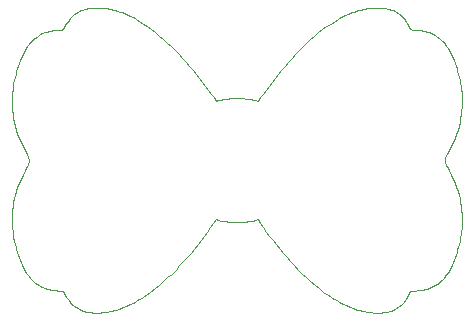
<source format=gbr>
G04 #@! TF.GenerationSoftware,KiCad,Pcbnew,5.1.2*
G04 #@! TF.CreationDate,2019-06-28T20:41:13-07:00*
G04 #@! TF.ProjectId,bow-tie.svg.2019_06_28_19_52_47.0,626f772d-7469-4652-9e73-76672e323031,rev?*
G04 #@! TF.SameCoordinates,Original*
G04 #@! TF.FileFunction,Profile,NP*
%FSLAX46Y46*%
G04 Gerber Fmt 4.6, Leading zero omitted, Abs format (unit mm)*
G04 Created by KiCad (PCBNEW 5.1.2) date 2019-06-28 20:41:13*
%MOMM*%
%LPD*%
G04 APERTURE LIST*
%ADD10C,0.100000*%
G04 APERTURE END LIST*
D10*
X-11967721Y12917533D02*
X-12167680Y12909290D01*
X-12167680Y12909290D02*
X-12367604Y12892861D01*
X-12367604Y12892861D02*
X-12567445Y12868097D01*
X-12567445Y12868097D02*
X-12767155Y12834851D01*
X-12767155Y12834851D02*
X-12918203Y12800361D01*
X-12918203Y12800361D02*
X-13066485Y12754420D01*
X-13066485Y12754420D02*
X-13211709Y12697315D01*
X-13211709Y12697315D02*
X-13353581Y12629335D01*
X-13353581Y12629335D02*
X-13491808Y12550767D01*
X-13491808Y12550767D02*
X-13626098Y12461899D01*
X-13626098Y12461899D02*
X-13756157Y12363020D01*
X-13756157Y12363020D02*
X-13881693Y12254417D01*
X-13881693Y12254417D02*
X-14002412Y12136379D01*
X-14002412Y12136379D02*
X-14118021Y12009193D01*
X-14118021Y12009193D02*
X-14228228Y11873147D01*
X-14228228Y11873147D02*
X-14332739Y11728529D01*
X-14332739Y11728529D02*
X-14431262Y11575628D01*
X-14431262Y11575628D02*
X-14523503Y11414731D01*
X-14523503Y11414731D02*
X-14609169Y11246126D01*
X-14609169Y11246126D02*
X-14687968Y11070101D01*
X-14687968Y11070101D02*
X-14904436Y11062576D01*
X-14904436Y11062576D02*
X-15120867Y11049761D01*
X-15120867Y11049761D02*
X-15337243Y11031226D01*
X-15337243Y11031226D02*
X-15553548Y11006539D01*
X-15553548Y11006539D02*
X-15742090Y10976455D01*
X-15742090Y10976455D02*
X-15927334Y10935232D01*
X-15927334Y10935232D02*
X-16108855Y10883165D01*
X-16108855Y10883165D02*
X-16286228Y10820548D01*
X-16286228Y10820548D02*
X-16459028Y10747676D01*
X-16459028Y10747676D02*
X-16626829Y10664843D01*
X-16626829Y10664843D02*
X-16789206Y10572343D01*
X-16789206Y10572343D02*
X-16945734Y10470470D01*
X-16945734Y10470470D02*
X-17095987Y10359520D01*
X-17095987Y10359520D02*
X-17239540Y10239786D01*
X-17239540Y10239786D02*
X-17375969Y10111562D01*
X-17375969Y10111562D02*
X-17504847Y9975144D01*
X-17504847Y9975144D02*
X-17625749Y9830826D01*
X-17625749Y9830826D02*
X-17738250Y9678901D01*
X-17738250Y9678901D02*
X-17841925Y9519664D01*
X-17841925Y9519664D02*
X-17936348Y9353410D01*
X-17936348Y9353410D02*
X-18105966Y9017205D01*
X-18105966Y9017205D02*
X-18191492Y8834730D01*
X-18191492Y8834730D02*
X-18276603Y8642999D01*
X-18276603Y8642999D02*
X-18360628Y8442260D01*
X-18360628Y8442260D02*
X-18442897Y8232759D01*
X-18442897Y8232759D02*
X-18522739Y8014741D01*
X-18522739Y8014741D02*
X-18599486Y7788452D01*
X-18599486Y7788452D02*
X-18672466Y7554138D01*
X-18672466Y7554138D02*
X-18741009Y7312045D01*
X-18741009Y7312045D02*
X-18804445Y7062419D01*
X-18804445Y7062419D02*
X-18862104Y6805507D01*
X-18862104Y6805507D02*
X-18913316Y6541553D01*
X-18913316Y6541553D02*
X-18957409Y6270804D01*
X-18957409Y6270804D02*
X-18993716Y5993505D01*
X-18993716Y5993505D02*
X-19021564Y5709904D01*
X-19021564Y5709904D02*
X-19040284Y5420245D01*
X-19040284Y5420245D02*
X-19049205Y5124774D01*
X-19049205Y5124774D02*
X-19047658Y4823738D01*
X-19047658Y4823738D02*
X-19034972Y4517383D01*
X-19034972Y4517383D02*
X-19010476Y4205954D01*
X-19010476Y4205954D02*
X-18973502Y3889697D01*
X-18973502Y3889697D02*
X-18923378Y3568858D01*
X-18923378Y3568858D02*
X-18859434Y3243683D01*
X-18859434Y3243683D02*
X-18781001Y2914419D01*
X-18781001Y2914419D02*
X-18687407Y2581310D01*
X-18687407Y2581310D02*
X-18577983Y2244603D01*
X-18577983Y2244603D02*
X-18452058Y1904545D01*
X-18452058Y1904545D02*
X-18308963Y1561380D01*
X-18308963Y1561380D02*
X-18148027Y1215354D01*
X-18148027Y1215354D02*
X-17968579Y866715D01*
X-17968579Y866715D02*
X-17871704Y691492D01*
X-17871704Y691492D02*
X-17769950Y515707D01*
X-17769950Y515707D02*
X-17736840Y455212D01*
X-17736840Y455212D02*
X-17708145Y393128D01*
X-17708145Y393128D02*
X-17683864Y329683D01*
X-17683864Y329683D02*
X-17663998Y265103D01*
X-17663998Y265103D02*
X-17648547Y199616D01*
X-17648547Y199616D02*
X-17637511Y133447D01*
X-17637511Y133447D02*
X-17630889Y66825D01*
X-17630889Y66825D02*
X-17628681Y-24D01*
X-17628681Y-24D02*
X-17630889Y-66873D01*
X-17630889Y-66873D02*
X-17637511Y-133495D01*
X-17637511Y-133495D02*
X-17648547Y-199664D01*
X-17648547Y-199664D02*
X-17663998Y-265151D01*
X-17663998Y-265151D02*
X-17683864Y-329731D01*
X-17683864Y-329731D02*
X-17708145Y-393176D01*
X-17708145Y-393176D02*
X-17736840Y-455260D01*
X-17736840Y-455260D02*
X-17769950Y-515755D01*
X-17769950Y-515755D02*
X-17871704Y-691539D01*
X-17871704Y-691539D02*
X-17968578Y-866762D01*
X-17968578Y-866762D02*
X-18148024Y-1215399D01*
X-18148024Y-1215399D02*
X-18308956Y-1561421D01*
X-18308956Y-1561421D02*
X-18452046Y-1904581D01*
X-18452046Y-1904581D02*
X-18577965Y-2244633D01*
X-18577965Y-2244633D02*
X-18687382Y-2581333D01*
X-18687382Y-2581333D02*
X-18780968Y-2914434D01*
X-18780968Y-2914434D02*
X-18859393Y-3243690D01*
X-18859393Y-3243690D02*
X-18923328Y-3568856D01*
X-18923328Y-3568856D02*
X-18973443Y-3889686D01*
X-18973443Y-3889686D02*
X-19010409Y-4205933D01*
X-19010409Y-4205933D02*
X-19034895Y-4517353D01*
X-19034895Y-4517353D02*
X-19047572Y-4823700D01*
X-19047572Y-4823700D02*
X-19049111Y-5124728D01*
X-19049111Y-5124728D02*
X-19040182Y-5420190D01*
X-19040182Y-5420190D02*
X-19021455Y-5709842D01*
X-19021455Y-5709842D02*
X-18993600Y-5993437D01*
X-18993600Y-5993437D02*
X-18957289Y-6270730D01*
X-18957289Y-6270730D02*
X-18913191Y-6541475D01*
X-18913191Y-6541475D02*
X-18861976Y-6805426D01*
X-18861976Y-6805426D02*
X-18804316Y-7062337D01*
X-18804316Y-7062337D02*
X-18740880Y-7311963D01*
X-18740880Y-7311963D02*
X-18672339Y-7554058D01*
X-18672339Y-7554058D02*
X-18599363Y-7788376D01*
X-18599363Y-7788376D02*
X-18522623Y-8014671D01*
X-18522623Y-8014671D02*
X-18442789Y-8232698D01*
X-18442789Y-8232698D02*
X-18360531Y-8442210D01*
X-18360531Y-8442210D02*
X-18276519Y-8642963D01*
X-18276519Y-8642963D02*
X-18191425Y-8834709D01*
X-18191425Y-8834709D02*
X-18105918Y-9017205D01*
X-18105918Y-9017205D02*
X-17936348Y-9353457D01*
X-17936348Y-9353457D02*
X-17841925Y-9519663D01*
X-17841925Y-9519663D02*
X-17738250Y-9678864D01*
X-17738250Y-9678864D02*
X-17625749Y-9830765D01*
X-17625749Y-9830765D02*
X-17504847Y-9975069D01*
X-17504847Y-9975069D02*
X-17375969Y-10111481D01*
X-17375969Y-10111481D02*
X-17239540Y-10239705D01*
X-17239540Y-10239705D02*
X-17095987Y-10359446D01*
X-17095987Y-10359446D02*
X-16945734Y-10470409D01*
X-16945734Y-10470409D02*
X-16789206Y-10572296D01*
X-16789206Y-10572296D02*
X-16626829Y-10664814D01*
X-16626829Y-10664814D02*
X-16459028Y-10747665D01*
X-16459028Y-10747665D02*
X-16286228Y-10820555D01*
X-16286228Y-10820555D02*
X-16108855Y-10883188D01*
X-16108855Y-10883188D02*
X-15927334Y-10935268D01*
X-15927334Y-10935268D02*
X-15742090Y-10976500D01*
X-15742090Y-10976500D02*
X-15553548Y-11006587D01*
X-15553548Y-11006587D02*
X-15337243Y-11031234D01*
X-15337243Y-11031234D02*
X-15120867Y-11049963D01*
X-15120867Y-11049963D02*
X-14904436Y-11063023D01*
X-14904436Y-11063023D02*
X-14687968Y-11070667D01*
X-14687968Y-11070667D02*
X-14609169Y-11246685D01*
X-14609169Y-11246685D02*
X-14523503Y-11415274D01*
X-14523503Y-11415274D02*
X-14431262Y-11576145D01*
X-14431262Y-11576145D02*
X-14332739Y-11729014D01*
X-14332739Y-11729014D02*
X-14228228Y-11873592D01*
X-14228228Y-11873592D02*
X-14118021Y-12009594D01*
X-14118021Y-12009594D02*
X-14002412Y-12136734D01*
X-14002412Y-12136734D02*
X-13881693Y-12254724D01*
X-13881693Y-12254724D02*
X-13756157Y-12363279D01*
X-13756157Y-12363279D02*
X-13626098Y-12462111D01*
X-13626098Y-12462111D02*
X-13491808Y-12550935D01*
X-13491808Y-12550935D02*
X-13353581Y-12629464D01*
X-13353581Y-12629464D02*
X-13211709Y-12697411D01*
X-13211709Y-12697411D02*
X-13066485Y-12754491D01*
X-13066485Y-12754491D02*
X-12918203Y-12800416D01*
X-12918203Y-12800416D02*
X-12767155Y-12834900D01*
X-12767155Y-12834900D02*
X-12568781Y-12867916D01*
X-12568781Y-12867916D02*
X-12370276Y-12892531D01*
X-12370276Y-12892531D02*
X-12171688Y-12908911D01*
X-12171688Y-12908911D02*
X-11973063Y-12917226D01*
X-11973063Y-12917226D02*
X-11774449Y-12917642D01*
X-11774449Y-12917642D02*
X-11575892Y-12910327D01*
X-11575892Y-12910327D02*
X-11377440Y-12895450D01*
X-11377440Y-12895450D02*
X-11179139Y-12873178D01*
X-11179139Y-12873178D02*
X-10981037Y-12843680D01*
X-10981037Y-12843680D02*
X-10783180Y-12807122D01*
X-10783180Y-12807122D02*
X-10585616Y-12763673D01*
X-10585616Y-12763673D02*
X-10388392Y-12713501D01*
X-10388392Y-12713501D02*
X-10191554Y-12656773D01*
X-10191554Y-12656773D02*
X-9995150Y-12593657D01*
X-9995150Y-12593657D02*
X-9799226Y-12524322D01*
X-9799226Y-12524322D02*
X-9603830Y-12448934D01*
X-9603830Y-12448934D02*
X-9409009Y-12367662D01*
X-9409009Y-12367662D02*
X-9214809Y-12280674D01*
X-9214809Y-12280674D02*
X-9021278Y-12188138D01*
X-9021278Y-12188138D02*
X-8828463Y-12090221D01*
X-8828463Y-12090221D02*
X-8636411Y-11987090D01*
X-8636411Y-11987090D02*
X-8445168Y-11878915D01*
X-8445168Y-11878915D02*
X-8254782Y-11765863D01*
X-8254782Y-11765863D02*
X-8065299Y-11648102D01*
X-8065299Y-11648102D02*
X-7876768Y-11525799D01*
X-7876768Y-11525799D02*
X-7689234Y-11399122D01*
X-7689234Y-11399122D02*
X-7317348Y-11133319D01*
X-7317348Y-11133319D02*
X-6950017Y-10852036D01*
X-6950017Y-10852036D02*
X-6587617Y-10556616D01*
X-6587617Y-10556616D02*
X-6230525Y-10248400D01*
X-6230525Y-10248400D02*
X-5879117Y-9928732D01*
X-5879117Y-9928732D02*
X-5533768Y-9598954D01*
X-5533768Y-9598954D02*
X-5194855Y-9260410D01*
X-5194855Y-9260410D02*
X-4862754Y-8914441D01*
X-4862754Y-8914441D02*
X-4537841Y-8562392D01*
X-4537841Y-8562392D02*
X-4220492Y-8205603D01*
X-4220492Y-8205603D02*
X-3911083Y-7845419D01*
X-3911083Y-7845419D02*
X-3609990Y-7483181D01*
X-3609990Y-7483181D02*
X-3317590Y-7120233D01*
X-3317590Y-7120233D02*
X-3034259Y-6757918D01*
X-3034259Y-6757918D02*
X-2760372Y-6397577D01*
X-2760372Y-6397577D02*
X-2496306Y-6040554D01*
X-2496306Y-6040554D02*
X-2242437Y-5688191D01*
X-2242437Y-5688191D02*
X-1999140Y-5341832D01*
X-1999140Y-5341832D02*
X-1766793Y-5002818D01*
X-1766793Y-5002818D02*
X-1568076Y-5061130D01*
X-1568076Y-5061130D02*
X-1367431Y-5111821D01*
X-1367431Y-5111821D02*
X-1165085Y-5154857D01*
X-1165085Y-5154857D02*
X-961270Y-5190201D01*
X-961270Y-5190201D02*
X-756213Y-5217820D01*
X-756213Y-5217820D02*
X-550143Y-5237677D01*
X-550143Y-5237677D02*
X-343291Y-5249738D01*
X-343291Y-5249738D02*
X-135885Y-5253966D01*
X-135885Y-5253966D02*
X24Y-5247246D01*
X24Y-5247246D02*
X135933Y-5253966D01*
X135933Y-5253966D02*
X343339Y-5249740D01*
X343339Y-5249740D02*
X550192Y-5237681D01*
X550192Y-5237681D02*
X756261Y-5217824D01*
X756261Y-5217824D02*
X961318Y-5190204D01*
X961318Y-5190204D02*
X1165134Y-5154859D01*
X1165134Y-5154859D02*
X1367479Y-5111822D01*
X1367479Y-5111822D02*
X1568125Y-5061130D01*
X1568125Y-5061130D02*
X1766842Y-5002818D01*
X1766842Y-5002818D02*
X1999189Y-5341832D01*
X1999189Y-5341832D02*
X2242486Y-5688191D01*
X2242486Y-5688191D02*
X2496355Y-6040554D01*
X2496355Y-6040554D02*
X2760421Y-6397577D01*
X2760421Y-6397577D02*
X3034307Y-6757918D01*
X3034307Y-6757918D02*
X3317639Y-7120233D01*
X3317639Y-7120233D02*
X3610039Y-7483181D01*
X3610039Y-7483181D02*
X3911131Y-7845419D01*
X3911131Y-7845419D02*
X4220540Y-8205603D01*
X4220540Y-8205603D02*
X4537889Y-8562392D01*
X4537889Y-8562392D02*
X4862802Y-8914441D01*
X4862802Y-8914441D02*
X5194903Y-9260410D01*
X5194903Y-9260410D02*
X5533816Y-9598954D01*
X5533816Y-9598954D02*
X5879165Y-9928732D01*
X5879165Y-9928732D02*
X6230573Y-10248400D01*
X6230573Y-10248400D02*
X6587665Y-10556616D01*
X6587665Y-10556616D02*
X6950065Y-10852036D01*
X6950065Y-10852036D02*
X7317396Y-11133319D01*
X7317396Y-11133319D02*
X7689282Y-11399122D01*
X7689282Y-11399122D02*
X7876816Y-11525799D01*
X7876816Y-11525799D02*
X8065348Y-11648102D01*
X8065348Y-11648102D02*
X8254830Y-11765863D01*
X8254830Y-11765863D02*
X8445216Y-11878915D01*
X8445216Y-11878915D02*
X8636459Y-11987090D01*
X8636459Y-11987090D02*
X8828512Y-12090221D01*
X8828512Y-12090221D02*
X9021327Y-12188138D01*
X9021327Y-12188138D02*
X9214858Y-12280674D01*
X9214858Y-12280674D02*
X9409057Y-12367662D01*
X9409057Y-12367662D02*
X9603879Y-12448934D01*
X9603879Y-12448934D02*
X9799275Y-12524322D01*
X9799275Y-12524322D02*
X9995198Y-12593657D01*
X9995198Y-12593657D02*
X10191603Y-12656773D01*
X10191603Y-12656773D02*
X10388440Y-12713501D01*
X10388440Y-12713501D02*
X10585665Y-12763673D01*
X10585665Y-12763673D02*
X10783229Y-12807122D01*
X10783229Y-12807122D02*
X10981086Y-12843680D01*
X10981086Y-12843680D02*
X11179188Y-12873178D01*
X11179188Y-12873178D02*
X11377489Y-12895450D01*
X11377489Y-12895450D02*
X11575941Y-12910327D01*
X11575941Y-12910327D02*
X11774498Y-12917642D01*
X11774498Y-12917642D02*
X11973112Y-12917226D01*
X11973112Y-12917226D02*
X12171737Y-12908911D01*
X12171737Y-12908911D02*
X12370325Y-12892531D01*
X12370325Y-12892531D02*
X12568830Y-12867916D01*
X12568830Y-12867916D02*
X12767204Y-12834900D01*
X12767204Y-12834900D02*
X12918252Y-12800416D01*
X12918252Y-12800416D02*
X13066534Y-12754491D01*
X13066534Y-12754491D02*
X13211758Y-12697411D01*
X13211758Y-12697411D02*
X13353630Y-12629464D01*
X13353630Y-12629464D02*
X13491857Y-12550935D01*
X13491857Y-12550935D02*
X13626147Y-12462111D01*
X13626147Y-12462111D02*
X13756206Y-12363279D01*
X13756206Y-12363279D02*
X13881741Y-12254724D01*
X13881741Y-12254724D02*
X14002460Y-12136734D01*
X14002460Y-12136734D02*
X14118069Y-12009594D01*
X14118069Y-12009594D02*
X14228276Y-11873592D01*
X14228276Y-11873592D02*
X14332787Y-11729014D01*
X14332787Y-11729014D02*
X14431309Y-11576145D01*
X14431309Y-11576145D02*
X14523550Y-11415274D01*
X14523550Y-11415274D02*
X14609217Y-11246685D01*
X14609217Y-11246685D02*
X14688015Y-11070667D01*
X14688015Y-11070667D02*
X14904484Y-11063022D01*
X14904484Y-11063022D02*
X15120914Y-11049962D01*
X15120914Y-11049962D02*
X15337291Y-11031234D01*
X15337291Y-11031234D02*
X15553597Y-11006587D01*
X15553597Y-11006587D02*
X15742139Y-10976500D01*
X15742139Y-10976500D02*
X15927383Y-10935268D01*
X15927383Y-10935268D02*
X16108904Y-10883188D01*
X16108904Y-10883188D02*
X16286277Y-10820555D01*
X16286277Y-10820555D02*
X16459077Y-10747665D01*
X16459077Y-10747665D02*
X16626878Y-10664814D01*
X16626878Y-10664814D02*
X16789255Y-10572296D01*
X16789255Y-10572296D02*
X16945782Y-10470409D01*
X16945782Y-10470409D02*
X17096036Y-10359446D01*
X17096036Y-10359446D02*
X17239589Y-10239705D01*
X17239589Y-10239705D02*
X17376017Y-10111481D01*
X17376017Y-10111481D02*
X17504895Y-9975069D01*
X17504895Y-9975069D02*
X17625798Y-9830765D01*
X17625798Y-9830765D02*
X17738299Y-9678864D01*
X17738299Y-9678864D02*
X17841974Y-9519663D01*
X17841974Y-9519663D02*
X17936398Y-9353457D01*
X17936398Y-9353457D02*
X18105967Y-9017205D01*
X18105967Y-9017205D02*
X18191474Y-8834709D01*
X18191474Y-8834709D02*
X18276568Y-8642963D01*
X18276568Y-8642963D02*
X18360579Y-8442210D01*
X18360579Y-8442210D02*
X18442837Y-8232698D01*
X18442837Y-8232698D02*
X18522671Y-8014671D01*
X18522671Y-8014671D02*
X18599412Y-7788376D01*
X18599412Y-7788376D02*
X18672387Y-7554058D01*
X18672387Y-7554058D02*
X18740928Y-7311963D01*
X18740928Y-7311963D02*
X18804364Y-7062337D01*
X18804364Y-7062337D02*
X18862024Y-6805426D01*
X18862024Y-6805426D02*
X18913239Y-6541475D01*
X18913239Y-6541475D02*
X18957337Y-6270730D01*
X18957337Y-6270730D02*
X18993648Y-5993437D01*
X18993648Y-5993437D02*
X19021503Y-5709842D01*
X19021503Y-5709842D02*
X19040230Y-5420190D01*
X19040230Y-5420190D02*
X19049159Y-5124728D01*
X19049159Y-5124728D02*
X19047620Y-4823700D01*
X19047620Y-4823700D02*
X19034943Y-4517353D01*
X19034943Y-4517353D02*
X19010457Y-4205933D01*
X19010457Y-4205933D02*
X18973491Y-3889686D01*
X18973491Y-3889686D02*
X18923376Y-3568856D01*
X18923376Y-3568856D02*
X18859442Y-3243690D01*
X18859442Y-3243690D02*
X18781016Y-2914434D01*
X18781016Y-2914434D02*
X18687430Y-2581333D01*
X18687430Y-2581333D02*
X18578013Y-2244633D01*
X18578013Y-2244633D02*
X18452095Y-1904581D01*
X18452095Y-1904581D02*
X18309004Y-1561421D01*
X18309004Y-1561421D02*
X18148072Y-1215399D01*
X18148072Y-1215399D02*
X17968627Y-866762D01*
X17968627Y-866762D02*
X17871752Y-691539D01*
X17871752Y-691539D02*
X17769998Y-515755D01*
X17769998Y-515755D02*
X17736888Y-455260D01*
X17736888Y-455260D02*
X17708193Y-393176D01*
X17708193Y-393176D02*
X17683912Y-329731D01*
X17683912Y-329731D02*
X17664046Y-265151D01*
X17664046Y-265151D02*
X17648595Y-199664D01*
X17648595Y-199664D02*
X17637558Y-133495D01*
X17637558Y-133495D02*
X17630936Y-66873D01*
X17630936Y-66873D02*
X17628729Y-24D01*
X17628729Y-24D02*
X17630936Y66825D01*
X17630936Y66825D02*
X17637558Y133447D01*
X17637558Y133447D02*
X17648595Y199616D01*
X17648595Y199616D02*
X17664046Y265103D01*
X17664046Y265103D02*
X17683912Y329683D01*
X17683912Y329683D02*
X17708193Y393128D01*
X17708193Y393128D02*
X17736888Y455212D01*
X17736888Y455212D02*
X17769998Y515707D01*
X17769998Y515707D02*
X17871752Y691492D01*
X17871752Y691492D02*
X17968627Y866715D01*
X17968627Y866715D02*
X18148075Y1215354D01*
X18148075Y1215354D02*
X18309011Y1561380D01*
X18309011Y1561380D02*
X18452106Y1904545D01*
X18452106Y1904545D02*
X18578031Y2244603D01*
X18578031Y2244603D02*
X18687455Y2581310D01*
X18687455Y2581310D02*
X18781049Y2914419D01*
X18781049Y2914419D02*
X18859482Y3243683D01*
X18859482Y3243683D02*
X18923426Y3568858D01*
X18923426Y3568858D02*
X18973550Y3889697D01*
X18973550Y3889697D02*
X19010525Y4205954D01*
X19010525Y4205954D02*
X19035020Y4517383D01*
X19035020Y4517383D02*
X19047706Y4823738D01*
X19047706Y4823738D02*
X19049253Y5124774D01*
X19049253Y5124774D02*
X19040332Y5420245D01*
X19040332Y5420245D02*
X19021612Y5709904D01*
X19021612Y5709904D02*
X18993764Y5993505D01*
X18993764Y5993505D02*
X18957458Y6270804D01*
X18957458Y6270804D02*
X18913364Y6541553D01*
X18913364Y6541553D02*
X18862152Y6805507D01*
X18862152Y6805507D02*
X18804493Y7062419D01*
X18804493Y7062419D02*
X18741057Y7312045D01*
X18741057Y7312045D02*
X18672514Y7554138D01*
X18672514Y7554138D02*
X18599534Y7788452D01*
X18599534Y7788452D02*
X18522788Y8014741D01*
X18522788Y8014741D02*
X18442945Y8232759D01*
X18442945Y8232759D02*
X18360676Y8442260D01*
X18360676Y8442260D02*
X18276652Y8642999D01*
X18276652Y8642999D02*
X18191541Y8834730D01*
X18191541Y8834730D02*
X18106015Y9017205D01*
X18106015Y9017205D02*
X17936398Y9353410D01*
X17936398Y9353410D02*
X17841974Y9519664D01*
X17841974Y9519664D02*
X17738299Y9678901D01*
X17738299Y9678901D02*
X17625798Y9830826D01*
X17625798Y9830826D02*
X17504895Y9975144D01*
X17504895Y9975144D02*
X17376017Y10111562D01*
X17376017Y10111562D02*
X17239589Y10239786D01*
X17239589Y10239786D02*
X17096036Y10359520D01*
X17096036Y10359520D02*
X16945782Y10470470D01*
X16945782Y10470470D02*
X16789255Y10572343D01*
X16789255Y10572343D02*
X16626878Y10664843D01*
X16626878Y10664843D02*
X16459077Y10747676D01*
X16459077Y10747676D02*
X16286277Y10820548D01*
X16286277Y10820548D02*
X16108904Y10883165D01*
X16108904Y10883165D02*
X15927383Y10935232D01*
X15927383Y10935232D02*
X15742139Y10976455D01*
X15742139Y10976455D02*
X15553597Y11006539D01*
X15553597Y11006539D02*
X15337291Y11031226D01*
X15337291Y11031226D02*
X15120914Y11049761D01*
X15120914Y11049761D02*
X14904484Y11062576D01*
X14904484Y11062576D02*
X14688015Y11070101D01*
X14688015Y11070101D02*
X14609217Y11246126D01*
X14609217Y11246126D02*
X14523550Y11414731D01*
X14523550Y11414731D02*
X14431309Y11575628D01*
X14431309Y11575628D02*
X14332787Y11728529D01*
X14332787Y11728529D02*
X14228276Y11873147D01*
X14228276Y11873147D02*
X14118069Y12009193D01*
X14118069Y12009193D02*
X14002460Y12136379D01*
X14002460Y12136379D02*
X13881741Y12254417D01*
X13881741Y12254417D02*
X13756206Y12363020D01*
X13756206Y12363020D02*
X13626147Y12461899D01*
X13626147Y12461899D02*
X13491857Y12550767D01*
X13491857Y12550767D02*
X13353630Y12629335D01*
X13353630Y12629335D02*
X13211758Y12697315D01*
X13211758Y12697315D02*
X13066534Y12754420D01*
X13066534Y12754420D02*
X12918252Y12800361D01*
X12918252Y12800361D02*
X12767204Y12834851D01*
X12767204Y12834851D02*
X12567494Y12868097D01*
X12567494Y12868097D02*
X12367652Y12892861D01*
X12367652Y12892861D02*
X12167727Y12909290D01*
X12167727Y12909290D02*
X11967768Y12917533D01*
X11967768Y12917533D02*
X11781427Y12917971D01*
X11781427Y12917971D02*
X11595138Y12911602D01*
X11595138Y12911602D02*
X11408940Y12898565D01*
X11408940Y12898565D02*
X11222872Y12878997D01*
X11222872Y12878997D02*
X11036972Y12853038D01*
X11036972Y12853038D02*
X10851280Y12820826D01*
X10851280Y12820826D02*
X10665833Y12782499D01*
X10665833Y12782499D02*
X10480671Y12738196D01*
X10480671Y12738196D02*
X10295832Y12688056D01*
X10295832Y12688056D02*
X10111355Y12632217D01*
X10111355Y12632217D02*
X9927279Y12570818D01*
X9927279Y12570818D02*
X9743642Y12503997D01*
X9743642Y12503997D02*
X9560484Y12431893D01*
X9560484Y12431893D02*
X9377842Y12354644D01*
X9377842Y12354644D02*
X9195756Y12272388D01*
X9195756Y12272388D02*
X9014265Y12185265D01*
X9014265Y12185265D02*
X8833406Y12093413D01*
X8833406Y12093413D02*
X8653220Y11996970D01*
X8653220Y11996970D02*
X8473744Y11896075D01*
X8473744Y11896075D02*
X8295017Y11790866D01*
X8295017Y11790866D02*
X7939966Y11568062D01*
X7939966Y11568062D02*
X7588377Y11329665D01*
X7588377Y11329665D02*
X7240559Y11076784D01*
X7240559Y11076784D02*
X6896823Y10810528D01*
X6896823Y10810528D02*
X6557478Y10532004D01*
X6557478Y10532004D02*
X6222834Y10242320D01*
X6222834Y10242320D02*
X5893200Y9942585D01*
X5893200Y9942585D02*
X5568887Y9633907D01*
X5568887Y9633907D02*
X5250204Y9317394D01*
X5250204Y9317394D02*
X4937462Y8994155D01*
X4937462Y8994155D02*
X4630969Y8665297D01*
X4630969Y8665297D02*
X4331036Y8331929D01*
X4331036Y8331929D02*
X4037972Y7995159D01*
X4037972Y7995159D02*
X3752088Y7656095D01*
X3752088Y7656095D02*
X3473692Y7315845D01*
X3473692Y7315845D02*
X3203096Y6975518D01*
X3203096Y6975518D02*
X2940608Y6636221D01*
X2940608Y6636221D02*
X2686538Y6299064D01*
X2686538Y6299064D02*
X2441197Y5965153D01*
X2441197Y5965153D02*
X2204894Y5635598D01*
X2204894Y5635598D02*
X1977939Y5311506D01*
X1977939Y5311506D02*
X1760641Y4993986D01*
X1760641Y4993986D02*
X1562710Y5052357D01*
X1562710Y5052357D02*
X1362853Y5103165D01*
X1362853Y5103165D02*
X1161295Y5146374D01*
X1161295Y5146374D02*
X958263Y5181948D01*
X958263Y5181948D02*
X753985Y5209854D01*
X753985Y5209854D02*
X548686Y5230055D01*
X548686Y5230055D02*
X342593Y5242515D01*
X342593Y5242515D02*
X135933Y5247201D01*
X135933Y5247201D02*
X24Y5241518D01*
X24Y5241518D02*
X-135885Y5247201D01*
X-135885Y5247201D02*
X-342545Y5242517D01*
X-342545Y5242517D02*
X-548638Y5230057D01*
X-548638Y5230057D02*
X-753937Y5209856D01*
X-753937Y5209856D02*
X-958215Y5181951D01*
X-958215Y5181951D02*
X-1161247Y5146375D01*
X-1161247Y5146375D02*
X-1362804Y5103166D01*
X-1362804Y5103166D02*
X-1562662Y5052358D01*
X-1562662Y5052358D02*
X-1760592Y4993986D01*
X-1760592Y4993986D02*
X-1977890Y5311506D01*
X-1977890Y5311506D02*
X-2204845Y5635598D01*
X-2204845Y5635598D02*
X-2441149Y5965153D01*
X-2441149Y5965153D02*
X-2686490Y6299064D01*
X-2686490Y6299064D02*
X-2940560Y6636221D01*
X-2940560Y6636221D02*
X-3203048Y6975518D01*
X-3203048Y6975518D02*
X-3473644Y7315845D01*
X-3473644Y7315845D02*
X-3752039Y7656095D01*
X-3752039Y7656095D02*
X-4037924Y7995159D01*
X-4037924Y7995159D02*
X-4330988Y8331929D01*
X-4330988Y8331929D02*
X-4630921Y8665297D01*
X-4630921Y8665297D02*
X-4937414Y8994155D01*
X-4937414Y8994155D02*
X-5250156Y9317394D01*
X-5250156Y9317394D02*
X-5568839Y9633907D01*
X-5568839Y9633907D02*
X-5893152Y9942585D01*
X-5893152Y9942585D02*
X-6222786Y10242320D01*
X-6222786Y10242320D02*
X-6557430Y10532004D01*
X-6557430Y10532004D02*
X-6896775Y10810528D01*
X-6896775Y10810528D02*
X-7240511Y11076784D01*
X-7240511Y11076784D02*
X-7588329Y11329665D01*
X-7588329Y11329665D02*
X-7939918Y11568062D01*
X-7939918Y11568062D02*
X-8294969Y11790866D01*
X-8294969Y11790866D02*
X-8473696Y11896075D01*
X-8473696Y11896075D02*
X-8653172Y11996970D01*
X-8653172Y11996970D02*
X-8833359Y12093413D01*
X-8833359Y12093413D02*
X-9014217Y12185265D01*
X-9014217Y12185265D02*
X-9195709Y12272388D01*
X-9195709Y12272388D02*
X-9377795Y12354644D01*
X-9377795Y12354644D02*
X-9560436Y12431893D01*
X-9560436Y12431893D02*
X-9743595Y12503997D01*
X-9743595Y12503997D02*
X-9927231Y12570818D01*
X-9927231Y12570818D02*
X-10111308Y12632217D01*
X-10111308Y12632217D02*
X-10295784Y12688056D01*
X-10295784Y12688056D02*
X-10480623Y12738196D01*
X-10480623Y12738196D02*
X-10665786Y12782499D01*
X-10665786Y12782499D02*
X-10851232Y12820826D01*
X-10851232Y12820826D02*
X-11036925Y12853038D01*
X-11036925Y12853038D02*
X-11222825Y12878997D01*
X-11222825Y12878997D02*
X-11408893Y12898565D01*
X-11408893Y12898565D02*
X-11595091Y12911602D01*
X-11595091Y12911602D02*
X-11781380Y12917971D01*
X-11781380Y12917971D02*
X-11967721Y12917533D01*
X-11967721Y12917533D02*
X-11967721Y12917533D01*
X-11967721Y12917533D02*
X-11967721Y12917533D01*
M02*

</source>
